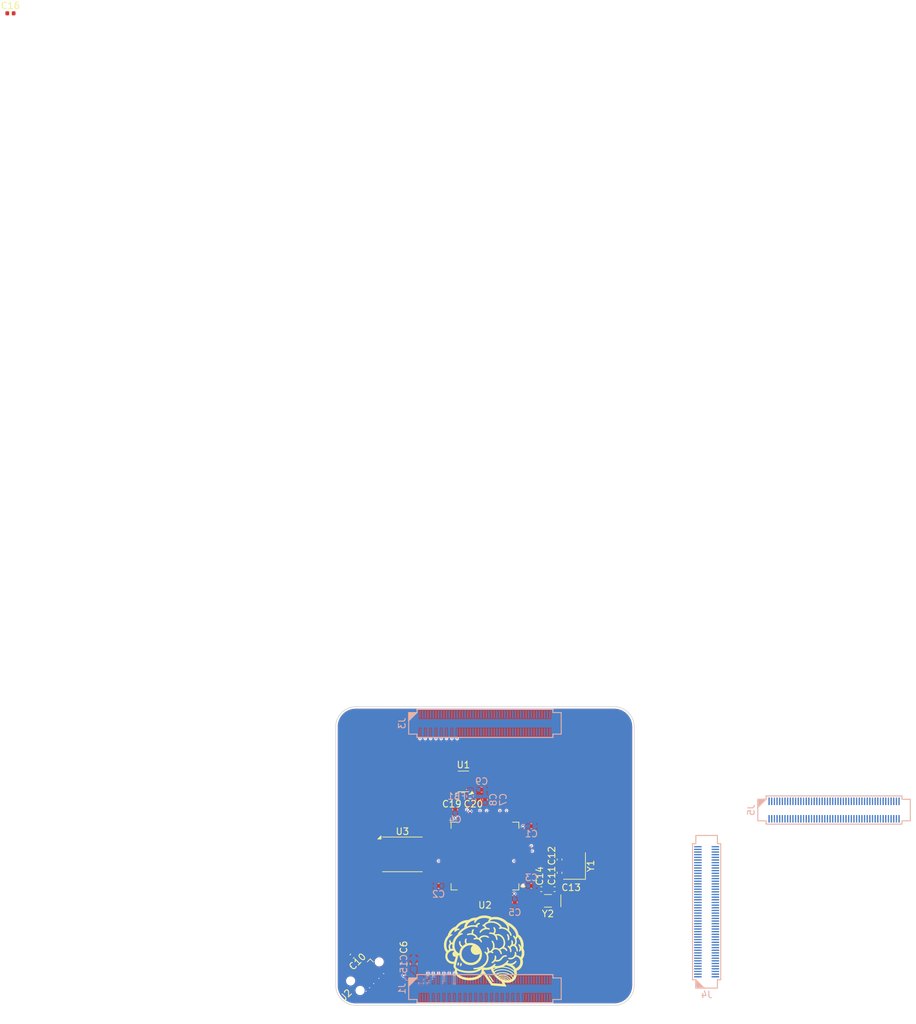
<source format=kicad_pcb>
(kicad_pcb
	(version 20240108)
	(generator "pcbnew")
	(generator_version "8.0")
	(general
		(thickness 1.6)
		(legacy_teardrops no)
	)
	(paper "A4")
	(layers
		(0 "F.Cu" mixed)
		(1 "In1.Cu" mixed "Analog.Cu")
		(2 "In2.Cu" power "Power.Cu")
		(31 "B.Cu" mixed)
		(32 "B.Adhes" user "B.Adhesive")
		(33 "F.Adhes" user "F.Adhesive")
		(34 "B.Paste" user)
		(35 "F.Paste" user)
		(36 "B.SilkS" user "B.Silkscreen")
		(37 "F.SilkS" user "F.Silkscreen")
		(38 "B.Mask" user)
		(39 "F.Mask" user)
		(40 "Dwgs.User" user "User.Drawings")
		(41 "Cmts.User" user "User.Comments")
		(42 "Eco1.User" user "User.Eco1")
		(43 "Eco2.User" user "User.Eco2")
		(44 "Edge.Cuts" user)
		(45 "Margin" user)
		(46 "B.CrtYd" user "B.Courtyard")
		(47 "F.CrtYd" user "F.Courtyard")
		(48 "B.Fab" user)
		(49 "F.Fab" user)
		(50 "User.1" user)
		(51 "User.2" user)
		(52 "User.3" user)
		(53 "User.4" user)
		(54 "User.5" user)
		(55 "User.6" user)
		(56 "User.7" user)
		(57 "User.8" user)
		(58 "User.9" user)
	)
	(setup
		(stackup
			(layer "F.SilkS"
				(type "Top Silk Screen")
			)
			(layer "F.Paste"
				(type "Top Solder Paste")
			)
			(layer "F.Mask"
				(type "Top Solder Mask")
				(thickness 0.01)
			)
			(layer "F.Cu"
				(type "copper")
				(thickness 0.035)
			)
			(layer "dielectric 1"
				(type "prepreg")
				(thickness 0.1)
				(material "FR4")
				(epsilon_r 4.5)
				(loss_tangent 0.02)
			)
			(layer "In1.Cu"
				(type "copper")
				(thickness 0.035)
			)
			(layer "dielectric 2"
				(type "core")
				(thickness 1.24)
				(material "FR4")
				(epsilon_r 4.5)
				(loss_tangent 0.02)
			)
			(layer "In2.Cu"
				(type "copper")
				(thickness 0.035)
			)
			(layer "dielectric 3"
				(type "prepreg")
				(thickness 0.1)
				(material "FR4")
				(epsilon_r 4.5)
				(loss_tangent 0.02)
			)
			(layer "B.Cu"
				(type "copper")
				(thickness 0.035)
			)
			(layer "B.Mask"
				(type "Bottom Solder Mask")
				(thickness 0.01)
			)
			(layer "B.Paste"
				(type "Bottom Solder Paste")
			)
			(layer "B.SilkS"
				(type "Bottom Silk Screen")
			)
			(copper_finish "None")
			(dielectric_constraints no)
		)
		(pad_to_mask_clearance 0)
		(allow_soldermask_bridges_in_footprints no)
		(aux_axis_origin 50 150)
		(grid_origin 50 150)
		(pcbplotparams
			(layerselection 0x00010fc_ffffffff)
			(plot_on_all_layers_selection 0x0000000_00000000)
			(disableapertmacros no)
			(usegerberextensions yes)
			(usegerberattributes no)
			(usegerberadvancedattributes no)
			(creategerberjobfile yes)
			(dashed_line_dash_ratio 12.000000)
			(dashed_line_gap_ratio 3.000000)
			(svgprecision 4)
			(plotframeref no)
			(viasonmask no)
			(mode 1)
			(useauxorigin no)
			(hpglpennumber 1)
			(hpglpenspeed 20)
			(hpglpendiameter 15.000000)
			(pdf_front_fp_property_popups yes)
			(pdf_back_fp_property_popups yes)
			(dxfpolygonmode yes)
			(dxfimperialunits yes)
			(dxfusepcbnewfont yes)
			(psnegative no)
			(psa4output no)
			(plotreference yes)
			(plotvalue yes)
			(plotfptext yes)
			(plotinvisibletext no)
			(sketchpadsonfab no)
			(subtractmaskfromsilk yes)
			(outputformat 1)
			(mirror no)
			(drillshape 0)
			(scaleselection 1)
			(outputdirectory "gerber/jlcpbc/")
		)
	)
	(net 0 "")
	(net 1 "PG10")
	(net 2 "/HSE_P")
	(net 3 "GND")
	(net 4 "VREF+")
	(net 5 "PA13")
	(net 6 "/LSE_N")
	(net 7 "PB3")
	(net 8 "PA14")
	(net 9 "PA8")
	(net 10 "PA6")
	(net 11 "/LSE_P")
	(net 12 "/HSE_N")
	(net 13 "PB7")
	(net 14 "PA0")
	(net 15 "PB8")
	(net 16 "PC3")
	(net 17 "PB2")
	(net 18 "PB12")
	(net 19 "PA10")
	(net 20 "PC9")
	(net 21 "PB15")
	(net 22 "PB5")
	(net 23 "PC0")
	(net 24 "PB1")
	(net 25 "PB0")
	(net 26 "PA3")
	(net 27 "PC4")
	(net 28 "PC7")
	(net 29 "PA11")
	(net 30 "PB6")
	(net 31 "PA9")
	(net 32 "PA2")
	(net 33 "PA5")
	(net 34 "PB4")
	(net 35 "PB11")
	(net 36 "PA7")
	(net 37 "PA15")
	(net 38 "PD2")
	(net 39 "PC8")
	(net 40 "PC13")
	(net 41 "PC5")
	(net 42 "PC1")
	(net 43 "PA4")
	(net 44 "PC11")
	(net 45 "PC6")
	(net 46 "PA1")
	(net 47 "PC10")
	(net 48 "PB14")
	(net 49 "PC2")
	(net 50 "PB13")
	(net 51 "PA12")
	(net 52 "PB9")
	(net 53 "PB10")
	(net 54 "PC12")
	(net 55 "unconnected-(J1-Pad53)")
	(net 56 "unconnected-(J1-Pad50)")
	(net 57 "unconnected-(J1-Pad57)")
	(net 58 "unconnected-(J1-Pad39)")
	(net 59 "unconnected-(J1-Pad51)")
	(net 60 "unconnected-(J1-Pad48)")
	(net 61 "unconnected-(J1-Pad32)")
	(net 62 "unconnected-(J1-Pad43)")
	(net 63 "unconnected-(J1-Pad31)")
	(net 64 "unconnected-(J1-Pad26)")
	(net 65 "unconnected-(J1-Pad52)")
	(net 66 "unconnected-(J1-Pad35)")
	(net 67 "unconnected-(J1-Pad37)")
	(net 68 "unconnected-(J1-Pad46)")
	(net 69 "unconnected-(J1-Pad19)")
	(net 70 "unconnected-(J1-Pad58)")
	(net 71 "unconnected-(J1-Pad55)")
	(net 72 "unconnected-(J1-Pad33)")
	(net 73 "unconnected-(J1-Pad23)")
	(net 74 "unconnected-(J1-Pad25)")
	(net 75 "unconnected-(J1-Pad20)")
	(net 76 "unconnected-(J1-Pad59)")
	(net 77 "unconnected-(J1-Pad47)")
	(net 78 "unconnected-(J1-Pad28)")
	(net 79 "unconnected-(J1-Pad34)")
	(net 80 "unconnected-(J1-Pad22)")
	(net 81 "unconnected-(J1-Pad16)")
	(net 82 "unconnected-(J1-Pad42)")
	(net 83 "unconnected-(J1-Pad30)")
	(net 84 "unconnected-(J1-Pad56)")
	(net 85 "unconnected-(J1-Pad54)")
	(net 86 "unconnected-(J1-Pad36)")
	(net 87 "unconnected-(J1-Pad40)")
	(net 88 "unconnected-(J1-Pad21)")
	(net 89 "unconnected-(J1-Pad29)")
	(net 90 "unconnected-(J1-Pad17)")
	(net 91 "unconnected-(J1-Pad61)")
	(net 92 "unconnected-(J1-Pad18)")
	(net 93 "unconnected-(J1-Pad24)")
	(net 94 "unconnected-(J1-Pad38)")
	(net 95 "unconnected-(J1-Pad44)")
	(net 96 "unconnected-(J1-Pad60)")
	(net 97 "unconnected-(J1-Pad45)")
	(net 98 "unconnected-(J1-Pad27)")
	(net 99 "unconnected-(J1-Pad41)")
	(net 100 "unconnected-(J1-Pad49)")
	(net 101 "unconnected-(J3-Pad4)")
	(net 102 "unconnected-(J3-Pad52)")
	(net 103 "unconnected-(J3-Pad31)")
	(net 104 "unconnected-(J3-Pad24)")
	(net 105 "unconnected-(J3-Pad57)")
	(net 106 "unconnected-(J3-Pad23)")
	(net 107 "unconnected-(J3-Pad22)")
	(net 108 "unconnected-(J3-Pad64)")
	(net 109 "unconnected-(J3-Pad67)")
	(net 110 "unconnected-(J3-Pad17)")
	(net 111 "unconnected-(J3-Pad27)")
	(net 112 "unconnected-(J3-Pad1)")
	(net 113 "unconnected-(J3-Pad60)")
	(net 114 "unconnected-(J3-Pad13)")
	(net 115 "unconnected-(J3-Pad42)")
	(net 116 "unconnected-(J3-Pad61)")
	(net 117 "unconnected-(J3-Pad72)")
	(net 118 "unconnected-(J3-Pad85)")
	(net 119 "unconnected-(J3-Pad10)")
	(net 120 "unconnected-(J3-Pad47)")
	(net 121 "unconnected-(J3-Pad8)")
	(net 122 "unconnected-(J3-Pad77)")
	(net 123 "unconnected-(J3-Pad2)")
	(net 124 "unconnected-(J3-Pad78)")
	(net 125 "unconnected-(J3-Pad36)")
	(net 126 "unconnected-(J3-Pad44)")
	(net 127 "unconnected-(J3-Pad71)")
	(net 128 "unconnected-(J3-Pad41)")
	(net 129 "unconnected-(J3-Pad63)")
	(net 130 "unconnected-(J3-Pad83)")
	(net 131 "unconnected-(J3-Pad21)")
	(net 132 "unconnected-(J3-Pad39)")
	(net 133 "unconnected-(J3-Pad6)")
	(net 134 "unconnected-(J3-Pad28)")
	(net 135 "unconnected-(J3-Pad34)")
	(net 136 "unconnected-(J3-Pad76)")
	(net 137 "unconnected-(J3-Pad9)")
	(net 138 "unconnected-(J3-Pad5)")
	(net 139 "unconnected-(J3-Pad65)")
	(net 140 "unconnected-(J3-Pad40)")
	(net 141 "unconnected-(J3-Pad70)")
	(net 142 "unconnected-(J3-Pad37)")
	(net 143 "unconnected-(J3-Pad11)")
	(net 144 "unconnected-(J3-Pad62)")
	(net 145 "unconnected-(J3-Pad33)")
	(net 146 "unconnected-(J3-Pad15)")
	(net 147 "unconnected-(J3-Pad75)")
	(net 148 "unconnected-(J3-Pad69)")
	(net 149 "unconnected-(J3-Pad32)")
	(net 150 "unconnected-(J3-Pad43)")
	(net 151 "unconnected-(J3-Pad54)")
	(net 152 "unconnected-(J3-Pad38)")
	(net 153 "unconnected-(J3-Pad84)")
	(net 154 "unconnected-(J3-Pad7)")
	(net 155 "unconnected-(J3-Pad16)")
	(net 156 "unconnected-(J3-Pad26)")
	(net 157 "unconnected-(J3-Pad73)")
	(net 158 "unconnected-(J3-Pad80)")
	(net 159 "unconnected-(J3-Pad74)")
	(net 160 "unconnected-(J3-Pad59)")
	(net 161 "unconnected-(J3-Pad45)")
	(net 162 "unconnected-(J3-Pad12)")
	(net 163 "unconnected-(J3-Pad30)")
	(net 164 "unconnected-(J3-Pad20)")
	(net 165 "unconnected-(J3-Pad14)")
	(net 166 "unconnected-(J3-Pad79)")
	(net 167 "unconnected-(J3-Pad55)")
	(net 168 "unconnected-(J3-Pad56)")
	(net 169 "unconnected-(J3-Pad29)")
	(net 170 "unconnected-(J3-Pad19)")
	(net 171 "unconnected-(J3-Pad46)")
	(net 172 "unconnected-(J3-Pad3)")
	(net 173 "unconnected-(J3-Pad81)")
	(net 174 "unconnected-(J3-Pad53)")
	(net 175 "unconnected-(J3-Pad66)")
	(net 176 "unconnected-(J3-Pad58)")
	(net 177 "unconnected-(J3-Pad18)")
	(net 178 "unconnected-(J3-Pad68)")
	(net 179 "unconnected-(J3-Pad82)")
	(net 180 "unconnected-(J3-Pad35)")
	(net 181 "unconnected-(J3-Pad25)")
	(net 182 "unconnected-(J4-Pad31)")
	(net 183 "unconnected-(J4-Pad90)")
	(net 184 "unconnected-(J4-Pad20)")
	(net 185 "unconnected-(J4-Pad16)")
	(net 186 "unconnected-(J4-Pad63)")
	(net 187 "unconnected-(J4-Pad57)")
	(net 188 "unconnected-(J4-Pad25)")
	(net 189 "unconnected-(J4-Pad30)")
	(net 190 "unconnected-(J4-Pad35)")
	(net 191 "unconnected-(J4-Pad17)")
	(net 192 "unconnected-(J4-Pad40)")
	(net 193 "unconnected-(J4-Pad37)")
	(net 194 "unconnected-(J4-Pad1)")
	(net 195 "unconnected-(J4-Pad19)")
	(net 196 "unconnected-(J4-Pad44)")
	(net 197 "unconnected-(J4-Pad3)")
	(net 198 "unconnected-(J4-Pad13)")
	(net 199 "unconnected-(J4-Pad72)")
	(net 200 "unconnected-(J4-Pad96)")
	(net 201 "unconnected-(J4-Pad53)")
	(net 202 "unconnected-(J4-Pad45)")
	(net 203 "unconnected-(J4-Pad77)")
	(net 204 "unconnected-(J4-Pad85)")
	(net 205 "unconnected-(J4-Pad65)")
	(net 206 "unconnected-(J4-Pad29)")
	(net 207 "unconnected-(J4-Pad74)")
	(net 208 "unconnected-(J4-Pad76)")
	(net 209 "unconnected-(J4-Pad64)")
	(net 210 "unconnected-(J4-Pad61)")
	(net 211 "unconnected-(J4-Pad11)")
	(net 212 "unconnected-(J4-Pad51)")
	(net 213 "unconnected-(J4-Pad9)")
	(net 214 "unconnected-(J4-Pad46)")
	(net 215 "unconnected-(J4-Pad82)")
	(net 216 "unconnected-(J4-Pad52)")
	(net 217 "unconnected-(J4-Pad14)")
	(net 218 "unconnected-(J4-Pad48)")
	(net 219 "unconnected-(J4-Pad39)")
	(net 220 "unconnected-(J4-Pad100)")
	(net 221 "unconnected-(J4-Pad6)")
	(net 222 "unconnected-(J4-Pad69)")
	(net 223 "unconnected-(J4-Pad70)")
	(net 224 "unconnected-(J4-Pad41)")
	(net 225 "unconnected-(J4-Pad56)")
	(net 226 "unconnected-(J4-Pad33)")
	(net 227 "unconnected-(J4-Pad42)")
	(net 228 "unconnected-(J4-Pad49)")
	(net 229 "unconnected-(J4-Pad24)")
	(net 230 "unconnected-(J4-Pad8)")
	(net 231 "unconnected-(J4-Pad66)")
	(net 232 "unconnected-(J4-Pad5)")
	(net 233 "unconnected-(J4-Pad55)")
	(net 234 "unconnected-(J4-Pad75)")
	(net 235 "unconnected-(J4-Pad21)")
	(net 236 "unconnected-(J4-Pad47)")
	(net 237 "unconnected-(J4-Pad79)")
	(net 238 "unconnected-(J4-Pad23)")
	(net 239 "unconnected-(J4-Pad32)")
	(net 240 "unconnected-(J4-Pad95)")
	(net 241 "unconnected-(J4-Pad27)")
	(net 242 "unconnected-(J4-Pad54)")
	(net 243 "unconnected-(J4-Pad98)")
	(net 244 "unconnected-(J4-Pad94)")
	(net 245 "unconnected-(J4-Pad97)")
	(net 246 "unconnected-(J4-Pad84)")
	(net 247 "unconnected-(J4-Pad26)")
	(net 248 "unconnected-(J4-Pad59)")
	(net 249 "unconnected-(J4-Pad22)")
	(net 250 "unconnected-(J4-Pad10)")
	(net 251 "unconnected-(J4-Pad87)")
	(net 252 "unconnected-(J4-Pad86)")
	(net 253 "unconnected-(J4-Pad78)")
	(net 254 "unconnected-(J4-Pad91)")
	(net 255 "unconnected-(J4-Pad15)")
	(net 256 "unconnected-(J4-Pad43)")
	(net 257 "unconnected-(J4-Pad28)")
	(net 258 "unconnected-(J4-Pad73)")
	(net 259 "unconnected-(J4-Pad71)")
	(net 260 "unconnected-(J4-Pad60)")
	(net 261 "unconnected-(J4-Pad4)")
	(net 262 "unconnected-(J4-Pad89)")
	(net 263 "unconnected-(J4-Pad83)")
	(net 264 "unconnected-(J4-Pad68)")
	(net 265 "unconnected-(J4-Pad92)")
	(net 266 "unconnected-(J4-Pad99)")
	(net 267 "unconnected-(J4-Pad80)")
	(net 268 "unconnected-(J4-Pad2)")
	(net 269 "unconnected-(J4-Pad12)")
	(net 270 "unconnected-(J4-Pad62)")
	(net 271 "unconnected-(J4-Pad50)")
	(net 272 "unconnected-(J4-Pad34)")
	(net 273 "unconnected-(J4-Pad93)")
	(net 274 "unconnected-(J4-Pad18)")
	(net 275 "unconnected-(J4-Pad58)")
	(net 276 "unconnected-(J4-Pad36)")
	(net 277 "unconnected-(J4-Pad88)")
	(net 278 "unconnected-(J4-Pad7)")
	(net 279 "unconnected-(J4-Pad81)")
	(net 280 "unconnected-(J4-Pad38)")
	(net 281 "unconnected-(J4-Pad67)")
	(net 282 "unconnected-(J5-Pad71)")
	(net 283 "unconnected-(J5-Pad61)")
	(net 284 "unconnected-(J5-Pad9)")
	(net 285 "unconnected-(J5-Pad48)")
	(net 286 "unconnected-(J5-Pad88)")
	(net 287 "unconnected-(J5-Pad100)")
	(net 288 "unconnected-(J5-Pad53)")
	(net 289 "unconnected-(J5-Pad86)")
	(net 290 "unconnected-(J5-Pad92)")
	(net 291 "unconnected-(J5-Pad80)")
	(net 292 "unconnected-(J5-Pad43)")
	(net 293 "unconnected-(J5-Pad15)")
	(net 294 "unconnected-(J5-Pad99)")
	(net 295 "unconnected-(J5-Pad22)")
	(net 296 "unconnected-(J5-Pad72)")
	(net 297 "unconnected-(J5-Pad65)")
	(net 298 "unconnected-(J5-Pad30)")
	(net 299 "unconnected-(J5-Pad63)")
	(net 300 "unconnected-(J5-Pad39)")
	(net 301 "unconnected-(J5-Pad96)")
	(net 302 "unconnected-(J5-Pad90)")
	(net 303 "unconnected-(J5-Pad49)")
	(net 304 "unconnected-(J5-Pad52)")
	(net 305 "unconnected-(J5-Pad31)")
	(net 306 "unconnected-(J5-Pad82)")
	(net 307 "unconnected-(J5-Pad85)")
	(net 308 "unconnected-(J5-Pad35)")
	(net 309 "unconnected-(J5-Pad56)")
	(net 310 "unconnected-(J5-Pad87)")
	(net 311 "unconnected-(J5-Pad94)")
	(net 312 "unconnected-(J5-Pad5)")
	(net 313 "unconnected-(J5-Pad34)")
	(net 314 "unconnected-(J5-Pad44)")
	(net 315 "unconnected-(J5-Pad6)")
	(net 316 "unconnected-(J5-Pad42)")
	(net 317 "unconnected-(J5-Pad93)")
	(net 318 "unconnected-(J5-Pad83)")
	(net 319 "unconnected-(J5-Pad27)")
	(net 320 "unconnected-(J5-Pad8)")
	(net 321 "unconnected-(J5-Pad4)")
	(net 322 "unconnected-(J5-Pad14)")
	(net 323 "unconnected-(J5-Pad77)")
	(net 324 "unconnected-(J5-Pad98)")
	(net 325 "unconnected-(J5-Pad32)")
	(net 326 "unconnected-(J5-Pad76)")
	(net 327 "unconnected-(J5-Pad38)")
	(net 328 "unconnected-(J5-Pad60)")
	(net 329 "unconnected-(J5-Pad33)")
	(net 330 "unconnected-(J5-Pad89)")
	(net 331 "unconnected-(J5-Pad55)")
	(net 332 "unconnected-(J5-Pad11)")
	(net 333 "unconnected-(J5-Pad62)")
	(net 334 "unconnected-(J5-Pad18)")
	(net 335 "unconnected-(J5-Pad74)")
	(net 336 "unconnected-(J5-Pad75)")
	(net 337 "unconnected-(J5-Pad79)")
	(net 338 "unconnected-(J5-Pad13)")
	(net 339 "unconnected-(J5-Pad29)")
	(net 340 "unconnected-(J5-Pad78)")
	(net 341 "unconnected-(J5-Pad73)")
	(net 342 "unconnected-(J5-Pad84)")
	(net 343 "unconnected-(J5-Pad66)")
	(net 344 "unconnected-(J5-Pad1)")
	(net 345 "unconnected-(J5-Pad2)")
	(net 346 "unconnected-(J5-Pad25)")
	(net 347 "unconnected-(J5-Pad37)")
	(net 348 "unconnected-(J5-Pad24)")
	(net 349 "unconnected-(J5-Pad81)")
	(net 350 "unconnected-(J5-Pad45)")
	(net 351 "unconnected-(J5-Pad97)")
	(net 352 "unconnected-(J5-Pad16)")
	(net 353 "unconnected-(J5-Pad57)")
	(net 354 "unconnected-(J5-Pad58)")
	(net 355 "unconnected-(J5-Pad54)")
	(net 356 "unconnected-(J5-Pad51)")
	(net 357 "unconnected-(J5-Pad21)")
	(net 358 "unconnected-(J5-Pad47)")
	(net 359 "unconnected-(J5-Pad23)")
	(net 360 "unconnected-(J5-Pad67)")
	(net 361 "unconnected-(J5-Pad7)")
	(net 362 "unconnected-(J5-Pad59)")
	(net 363 "unconnected-(J5-Pad95)")
	(net 364 "unconnected-(J5-Pad69)")
	(net 365 "unconnected-(J5-Pad46)")
	(net 366 "unconnected-(J5-Pad70)")
	(net 367 "unconnected-(J5-Pad26)")
	(net 368 "unconnected-(J5-Pad10)")
	(net 369 "unconnected-(J5-Pad50)")
	(net 370 "unconnected-(J5-Pad3)")
	(net 371 "unconnected-(J5-Pad91)")
	(net 372 "unconnected-(J5-Pad41)")
	(net 373 "unconnected-(J5-Pad17)")
	(net 374 "unconnected-(J5-Pad64)")
	(net 375 "unconnected-(J5-Pad68)")
	(net 376 "unconnected-(J5-Pad36)")
	(net 377 "unconnected-(J5-Pad12)")
	(net 378 "unconnected-(J5-Pad20)")
	(net 379 "unconnected-(J5-Pad19)")
	(net 380 "unconnected-(J5-Pad40)")
	(net 381 "unconnected-(J5-Pad28)")
	(net 382 "3.3V")
	(net 383 "3.3VA")
	(net 384 "unconnected-(J3-Pad48)")
	(net 385 "unconnected-(J3-Pad49)")
	(net 386 "unconnected-(J3-Pad50)")
	(net 387 "unconnected-(J3-Pad51)")
	(net 388 "unconnected-(J1-Pad15)")
	(net 389 "unconnected-(J1-Pad99)")
	(net 390 "unconnected-(J1-Pad100)")
	(net 391 "unconnected-(J1-Pad91)")
	(net 392 "unconnected-(J1-Pad98)")
	(net 393 "unconnected-(J1-Pad93)")
	(net 394 "unconnected-(J1-Pad97)")
	(net 395 "unconnected-(U3-CLK-Pad6)")
	(net 396 "unconnected-(U3-GND-Pad4)")
	(net 397 "unconnected-(U3-IO3-Pad7)")
	(net 398 "unconnected-(U3-DO(IO1)-Pad2)")
	(net 399 "unconnected-(U3-IO2-Pad3)")
	(net 400 "unconnected-(U3-VCC-Pad8)")
	(net 401 "unconnected-(U3-DI(IO0)-Pad5)")
	(net 402 "unconnected-(U3-~{CS}-Pad1)")
	(net 403 "unconnected-(J1-Pad95)")
	(footprint "Capacitor_SMD:C_0402_1005Metric" (layer "F.Cu") (at 83.75 130.025 -90))
	(footprint "Capacitor_SMD:C_0402_1005Metric" (layer "F.Cu") (at 52.45 142.6 -135))
	(footprint "Capacitor_SMD:C_0402_1005Metric" (layer "F.Cu") (at 70.25 118.5 180))
	(footprint "Connector:Tag-Connect_TC2030-IDC-NL_2x03_P1.27mm_Vertical" (layer "F.Cu") (at 54.75 145.25 -135))
	(footprint "Capacitor_SMD:C_0402_1005Metric" (layer "F.Cu") (at 83.75 128.025 90))
	(footprint "Crystal:Crystal_SMD_MicroCrystal_CC7V-T1A-2Pin_3.2x1.5mm" (layer "F.Cu") (at 82 134.25 180))
	(footprint "Capacitor_SMD:C_0402_1005Metric" (layer "F.Cu") (at 68.25 118.5 180))
	(footprint "Capacitor_SMD:C_0402_1005Metric" (layer "F.Cu") (at 83 132.5))
	(footprint "Crystal:Crystal_SMD_TXC_7M-4Pin_3.2x2.5mm" (layer "F.Cu") (at 86 129 90))
	(footprint "Capacitor_SMD:C_0603_1608Metric" (layer "F.Cu") (at 60.25 143.75 90))
	(footprint "Capacitor_SMD:C_0402_1005Metric" (layer "F.Cu") (at 81.000001 132.5 180))
	(footprint "ked_symbols:brain_15x15_mm" (layer "F.Cu") (at 72.5 141.75))
	(footprint "Capacitor_SMD:C_0402_1005Metric" (layer "F.Cu") (at 0.935 0.485))
	(footprint "Package_QFP:LQFP-64_10x10mm_P0.5mm" (layer "F.Cu") (at 72.5 127.5 180))
	(footprint "Package_SON:WSON-8-1EP_6x5mm_P1.27mm_EP3.4x4.3mm" (layer "F.Cu") (at 60.05 127.25))
	(footprint "Package_TO_SOT_SMD:SOT-23-6" (layer "F.Cu") (at 69.25 116.25 180))
	(footprint "811_connector_board_to_board:DF40_-100DS-0.4V-Receptacle"
		(layer "B.Cu")
		(uuid "2899803a-3c4a-46db-94ce-616e600e0b5f")
		(at 125.15 120.57)
		(property "Reference" "J5"
			(at -12.5 0 90)
			(layer "B.SilkS")
			(uuid "97376174-03fb-4872-94ee-437634a33716")
			(effects
				(font
					(size 1 1)
					(thickness 0.15)
				)
				(justify mirror)
			)
		)
		(property "Value" "DF40_-100DS-0.4V-Receptacle"
			(at 0 3.5 360)
			(layer "B.Fab")
			(uuid "d1ce6e05-4378-4d09-944d-8186964c12e3")
			(effects
				(font
					(size 1 1)
					(thickness 0.15)
				)
				(justify mirror)
			)
		)
		(property "Footprint" "811_connector_board_to_board:DF40_-100DS-0.4V-Receptacle"
			(at 0 0 360)
			(layer "B.Fab")
			(hide yes)
			(uuid "026ce3b1-1bdd-4e5e-85bd-f25b7c825fec")
			(effects
				(font
					(size 1.27 1.27)
					(thickness 0.15)
				)
				(justify mirror)
			)
		)
		(property "Datasheet" "https://www.hirose.com/en/product/document?clcode=CL0684-4033-4-51&productname=DF40C-100DS-0.4V(51)&series=DF40&documenttype=Catalog&lang=en&documentid=en_DF40_CAT"
			(at 0 0 360)
			(layer "B.Fab")
			(hide yes)
			(uuid "5ec29de3-d575-4f59-b436-86d7c92e3150")
			(effects
				(font
					(size 1.27 1.27)
					(thickness 0.15)
				)
				(justify mirror)
			)
		)
		(property "Description" "0.4mm Pitch, 1.5 to 4.0mm Height, Board-to-Board/FPC-to-Board Connector"
			(at 0 0 360)
			(layer "B.Fab")
			(hide yes)
			(uuid "a1cc0315-63ad-4ca5-b1dc-507219cffd09")
			(effects
				(font
					(size 1.27 1.27)
					(thickness 0.15)
				)
				(justify mirror)
			)
		)
		(property "Man" "Hirose"
			(at 0 0 180)
			(unlocked yes)
			(layer "B.Fab")
			(hide yes)
			(uuid "1d1f2877-2d5f-4cf6-ab0a-fa83c1bd35aa")
			(effects
				(font
					(size 1 1)
					(thickness 0.15)
				)
				(justify mirror)
			)
		)
		(property "Man_No" "DF40_-100DS-0.4"
			(at 0 0 180)
			(unlocked yes)
			(layer "B.Fab")
			(hide yes)
			(uuid "66266bd3-3566-451e-9a2d-36bc9ca5af0a")
			(effects
				(font
					(size 1 1)
					(thickness 0.15)
				)
				(justify mirror)
			)
		)
		(property "Disti" ""
			(at 0 0 180)
			(unlocked yes)
			(layer "B.Fab")
			(hide yes)
			(uuid "fb964949-4333-4f43-bd87-12901b7fc46d")
			(effects
				(font
					(size 1 1)
					(thickness 0.15)
				)
				(justify mirror)
			)
		)
		(property "Disti_No" ""
			(at 0 0 180)
			(unlocked yes)
			(layer "B.Fab")
			(hide yes)
			(uuid "bda50f6d-d498-4a95-a0b3-792d9c317286")
			(effects
				(font
					(size 1 1)
					(thickness 0.15)
				)
				(justify mirror)
			)
		)
		(path "/b2e01f00-240a-4589-86dd-636206b0b52b")
		(sheetname "Root")
		(sheetfile "brayn.kicad_sch")
		(attr smd)
		(fp_line
			(start -11.5 -1.625)
			(end -10.25 -1.625)
			(stroke
				(width 0.15)
				(type default)
			)
			(layer "B.SilkS")
			(uuid "87d6f039-246e-431d-bbab-16c4fc5283d0")
		)
		(fp_line
			(start -11.5 1.625)
			(end -11.5 -1.625)
			(stroke
				(width 0.15)
				(type default)
			)
			(layer "B.SilkS")
			(uuid "244405d3-9e4a-4d58-ad1c-5ac7b538bab8")
		)
		(fp_line
			(start -11.5 1.625)
			(end -10.25 1.625)
			(stroke
				(width 0.15)
				(type default)
			)
			(layer "B.SilkS")
			(uuid "5c90dd2a-1883-4a63-b789-90ef018580c4")
		)
		(fp_line
			(start -10.25 -2.125)
			(end 10.25 -2.125)
			(stroke
				(width 0.15)
				(type default)
			)
			(layer "B.SilkS")
			(uuid "82d263b7-587a-4ea2-b99f-eb5339e02d49")
		)
		(fp_line
			(start -10.25 -1.625)
			(end -10.25 -2.125)
			(stroke
				(width 0.15)
				(type default)
			)
			(layer "B.SilkS")
			(uuid "a03ffc54-39ee-42b4-b70e-f20233755f6b")
		)
		(fp_line
			(start -10.25 2.125)
			(end -10.25 1.625)
			(stroke
				(width 0.15)
				(type default)
			)
			(layer "B.SilkS")
			(uuid "433857a8-f98e-471e-b7a1-5b51ca3a279b")
		)
		(fp_line
			(start 10.25 -1.625)
			(end 10.25 -2.125)
			(stroke
				(width 0.15)
				(type default)
			)
... [520847 chars truncated]
</source>
